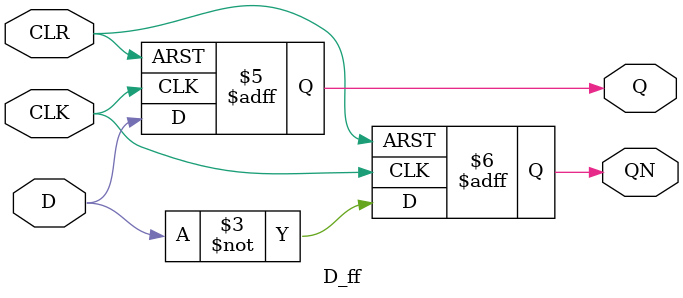
<source format=v>
`timescale 1ns / 1ps


module D_ff(D, CLK, CLR, Q, QN);   
    input D, CLK, CLR;
    output Q, QN;  
    
    reg Q, QN;
     
    initial begin
        Q = 1'b0;
        QN = 1'b1;
    end
    always@(posedge CLK or negedge CLR) begin
        if(~CLR) begin
            Q = 1'b0;
            QN = 1'b1;
        end
        else begin
            Q <= D;
            QN <= ~D;
        end
    end
endmodule

</source>
